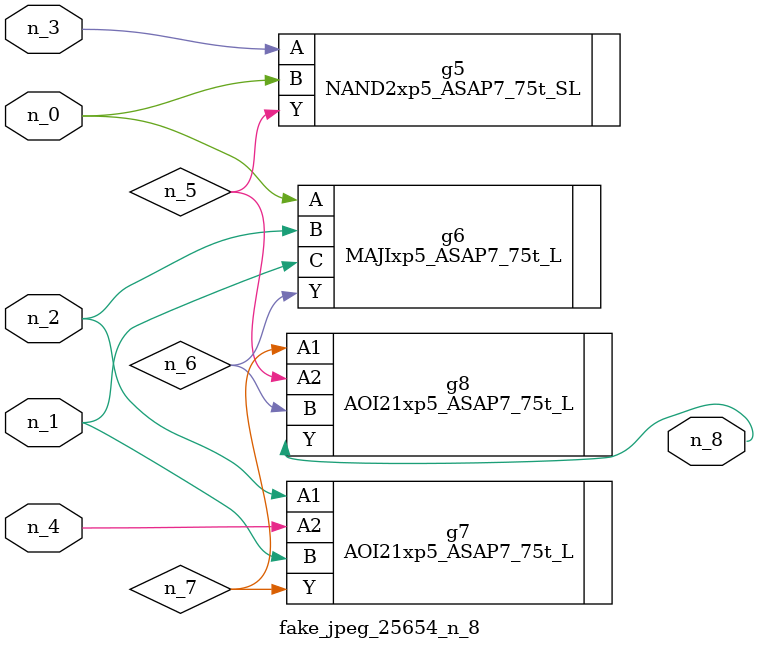
<source format=v>
module fake_jpeg_25654_n_8 (n_3, n_2, n_1, n_0, n_4, n_8);

input n_3;
input n_2;
input n_1;
input n_0;
input n_4;

output n_8;

wire n_6;
wire n_5;
wire n_7;

NAND2xp5_ASAP7_75t_SL g5 ( 
.A(n_3),
.B(n_0),
.Y(n_5)
);

MAJIxp5_ASAP7_75t_L g6 ( 
.A(n_0),
.B(n_2),
.C(n_1),
.Y(n_6)
);

AOI21xp5_ASAP7_75t_L g7 ( 
.A1(n_2),
.A2(n_4),
.B(n_1),
.Y(n_7)
);

AOI21xp5_ASAP7_75t_L g8 ( 
.A1(n_7),
.A2(n_5),
.B(n_6),
.Y(n_8)
);


endmodule
</source>
